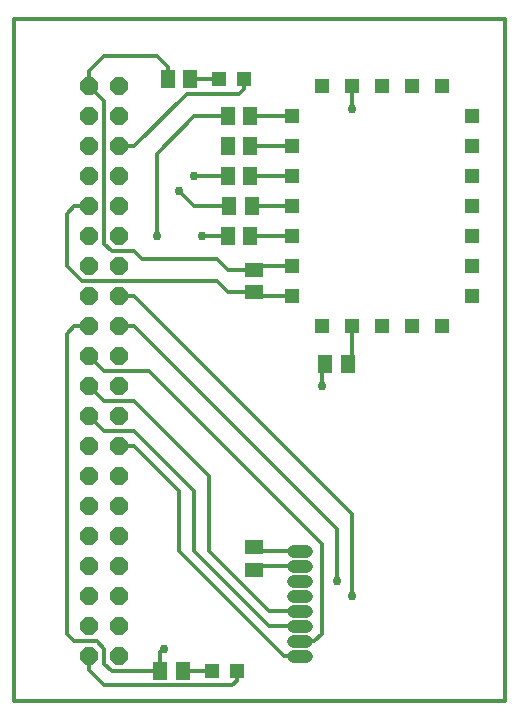
<source format=gtl>
G04 EAGLE Gerber RS-274X export*
G75*
%MOMM*%
%FSLAX34Y34*%
%LPD*%
%INTop Layer*%
%IPPOS*%
%AMOC8*
5,1,8,0,0,1.08239X$1,22.5*%
G01*
%ADD10C,0.304800*%
%ADD11R,1.500000X1.300000*%
%ADD12R,1.150000X1.150000*%
%ADD13R,1.300000X1.500000*%
%ADD14R,1.200000X1.200000*%
%ADD15C,1.108000*%
%ADD16P,1.649562X8X292.500000*%
%ADD17C,0.756400*%


D10*
X-19050Y0D02*
X396750Y0D01*
X396750Y577750D01*
X-19050Y577750D01*
X-19050Y0D01*
D11*
X184150Y365100D03*
X184150Y346100D03*
D12*
X215900Y495300D03*
X215900Y469900D03*
X215900Y444500D03*
X215900Y419100D03*
X215900Y393700D03*
X215900Y368300D03*
X215900Y342900D03*
X241300Y317500D03*
X266700Y317500D03*
X292100Y317500D03*
X317500Y317500D03*
X342900Y317500D03*
X368300Y342900D03*
X368300Y368300D03*
X368300Y393700D03*
X368300Y419100D03*
X368300Y444500D03*
X368300Y469900D03*
X368300Y495300D03*
X342900Y520700D03*
X317500Y520700D03*
X292100Y520700D03*
X266700Y520700D03*
X241300Y520700D03*
D13*
X161950Y495300D03*
X180950Y495300D03*
X161950Y469900D03*
X180950Y469900D03*
X161950Y444500D03*
X180950Y444500D03*
X163220Y419100D03*
X182220Y419100D03*
X161950Y393700D03*
X180950Y393700D03*
X244500Y285750D03*
X263500Y285750D03*
D14*
X175600Y527050D03*
X154600Y527050D03*
D13*
X130150Y527050D03*
X111150Y527050D03*
D11*
X184150Y111150D03*
X184150Y130150D03*
D15*
X216710Y127000D02*
X227790Y127000D01*
X227790Y114300D02*
X216710Y114300D01*
X216710Y101600D02*
X227790Y101600D01*
X227790Y88900D02*
X216710Y88900D01*
X216710Y76200D02*
X227790Y76200D01*
X227790Y63500D02*
X216710Y63500D01*
X216710Y50800D02*
X227790Y50800D01*
X227790Y38100D02*
X216710Y38100D01*
D16*
X44450Y520700D03*
X69850Y520700D03*
X44450Y495300D03*
X69850Y495300D03*
X44450Y469900D03*
X69850Y469900D03*
X44450Y444500D03*
X69850Y444500D03*
X44450Y419100D03*
X69850Y419100D03*
X44450Y393700D03*
X69850Y393700D03*
X44450Y368300D03*
X69850Y368300D03*
X44450Y342900D03*
X69850Y342900D03*
X44450Y317500D03*
X69850Y317500D03*
X44450Y292100D03*
X69850Y292100D03*
X44450Y266700D03*
X69850Y266700D03*
X44450Y241300D03*
X69850Y241300D03*
X44450Y215900D03*
X69850Y215900D03*
X44450Y190500D03*
X69850Y190500D03*
X44450Y165100D03*
X69850Y165100D03*
X44450Y139700D03*
X69850Y139700D03*
X44450Y114300D03*
X69850Y114300D03*
X44450Y88900D03*
X69850Y88900D03*
X44450Y63500D03*
X69850Y63500D03*
X44450Y38100D03*
X69850Y38100D03*
D14*
X169250Y25400D03*
X148250Y25400D03*
D13*
X123800Y25400D03*
X104800Y25400D03*
D10*
X187350Y368300D02*
X215900Y368300D01*
X187350Y368300D02*
X184150Y365100D01*
X44450Y520700D02*
X44450Y533400D01*
X57150Y546100D01*
X101600Y546100D01*
X111150Y536550D02*
X111150Y527050D01*
X111150Y536550D02*
X101600Y546100D01*
X152400Y374650D02*
X161950Y365100D01*
X184150Y365100D01*
X187300Y114300D02*
X184150Y111150D01*
X187300Y114300D02*
X222250Y114300D01*
X104800Y25400D02*
X63500Y25400D01*
X57150Y31750D01*
X57150Y44450D01*
X50800Y50800D01*
X31750Y50800D01*
X25400Y57150D01*
X25400Y311150D01*
X31750Y317500D01*
X44450Y317500D01*
X104800Y41300D02*
X104800Y25400D01*
X104800Y41300D02*
X107950Y44450D01*
D17*
X107950Y44450D03*
D10*
X180950Y107950D02*
X184150Y111150D01*
X88900Y374650D02*
X82550Y381000D01*
X88900Y374650D02*
X152400Y374650D01*
X57150Y508000D02*
X44450Y520700D01*
X57150Y508000D02*
X57150Y387350D01*
X63500Y381000D01*
X82550Y381000D01*
X187350Y342900D02*
X215900Y342900D01*
X187350Y342900D02*
X184150Y346100D01*
D17*
X266700Y501650D03*
D10*
X266700Y520700D01*
X82550Y469900D02*
X69850Y469900D01*
X171450Y514350D02*
X175600Y518500D01*
X175600Y527050D01*
X127000Y514350D02*
X82550Y469900D01*
X127000Y514350D02*
X171450Y514350D01*
X161900Y346100D02*
X184150Y346100D01*
X184150Y130150D02*
X187300Y127000D01*
X222250Y127000D01*
X44450Y38100D02*
X44450Y25908D01*
X57150Y13208D01*
X165100Y13208D01*
X169250Y17358D01*
X169250Y25400D01*
X161900Y346100D02*
X152400Y355600D01*
X25400Y368300D02*
X25400Y412750D01*
X31750Y419100D01*
X44450Y419100D01*
X38100Y355600D02*
X152400Y355600D01*
X38100Y355600D02*
X25400Y368300D01*
X263500Y285750D02*
X266700Y288950D01*
X266700Y317500D01*
X215900Y495300D02*
X180950Y495300D01*
X180950Y469900D02*
X215900Y469900D01*
X215900Y444500D02*
X180950Y444500D01*
X182220Y419100D02*
X215900Y419100D01*
X215900Y393700D02*
X180950Y393700D01*
D17*
X241300Y266700D03*
D10*
X241300Y282550D01*
X244500Y285750D01*
X161950Y393700D02*
X139700Y393700D01*
D17*
X139700Y393700D03*
D10*
X133350Y419100D02*
X163220Y419100D01*
X133350Y419100D02*
X120650Y431800D01*
D17*
X120650Y431800D03*
X133350Y444500D03*
D10*
X161950Y444500D01*
X161950Y495300D02*
X133350Y495300D01*
X101600Y463550D01*
X101600Y393700D01*
D17*
X101600Y393700D03*
D10*
X130150Y527050D02*
X154600Y527050D01*
X44450Y292100D02*
X57150Y279400D01*
X95250Y279400D02*
X241300Y133350D01*
X241300Y57150D01*
X234950Y50800D02*
X222250Y50800D01*
X95250Y279400D02*
X57150Y279400D01*
X241300Y57150D02*
X234950Y50800D01*
X57150Y228600D02*
X44450Y241300D01*
X57150Y228600D02*
X82550Y228600D01*
X133350Y177800D01*
X133350Y127000D01*
X196850Y63500D01*
X222250Y63500D01*
X82550Y317500D02*
X69850Y317500D01*
X254000Y146050D02*
X254000Y101600D01*
X254000Y146050D02*
X82550Y317500D01*
D17*
X254000Y101600D03*
D10*
X82550Y342900D02*
X69850Y342900D01*
X82550Y342900D02*
X266700Y158750D01*
X266700Y88900D01*
D17*
X266700Y88900D03*
D10*
X82550Y215900D02*
X69850Y215900D01*
X82550Y215900D02*
X120650Y177800D01*
X120650Y127000D02*
X209550Y38100D01*
X222250Y38100D01*
X120650Y127000D02*
X120650Y177800D01*
X57150Y254000D02*
X44450Y266700D01*
X57150Y254000D02*
X82550Y254000D01*
X196850Y76200D02*
X222250Y76200D01*
X196850Y76200D02*
X146050Y127000D01*
X146050Y190500D01*
X82550Y254000D01*
X123800Y25400D02*
X148250Y25400D01*
M02*

</source>
